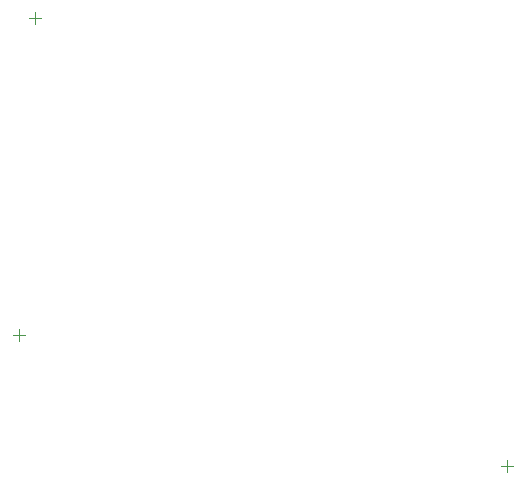
<source format=gbr>
G04*
G04 #@! TF.GenerationSoftware,Altium Limited,Altium Designer,25.5.2 (35)*
G04*
G04 Layer_Color=0*
%FSLAX25Y25*%
%MOIN*%
G70*
G04*
G04 #@! TF.SameCoordinates,0BB90384-501E-406B-A6C2-AE9EDDEAC3CB*
G04*
G04*
G04 #@! TF.FilePolarity,Positive*
G04*
G01*
G75*
%ADD14C,0.00394*%
D14*
X27614Y186632D02*
Y190569D01*
X25646Y188600D02*
X29583D01*
X185039Y37402D02*
Y41339D01*
X183071Y39370D02*
X187008D01*
X20402Y82902D02*
X24339D01*
X22370Y80933D02*
Y84870D01*
M02*

</source>
